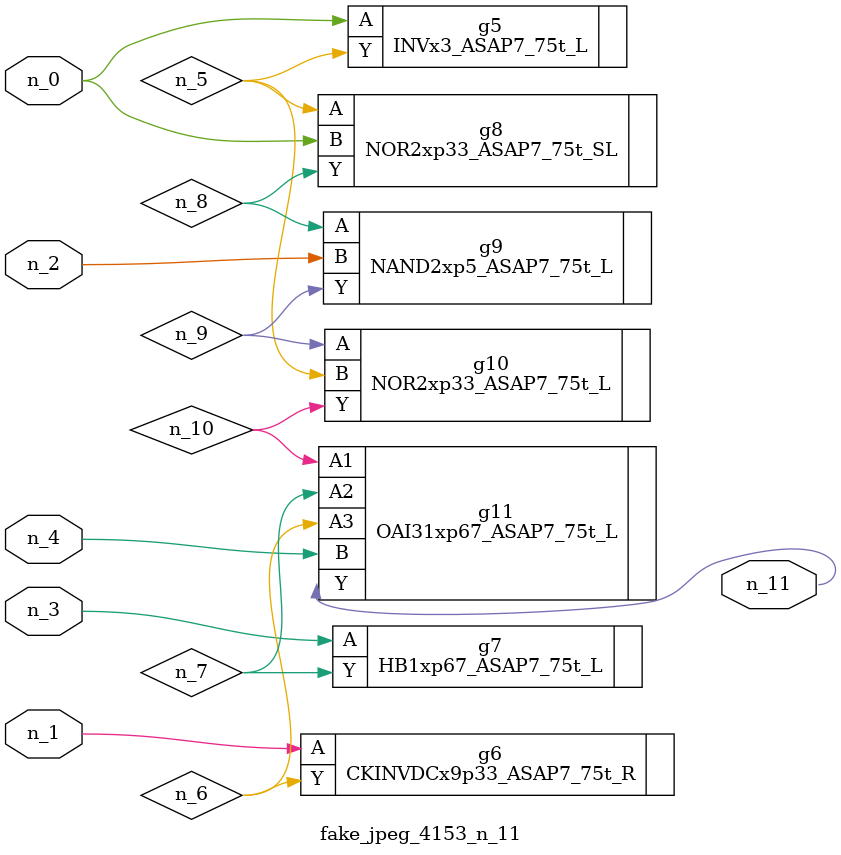
<source format=v>
module fake_jpeg_4153_n_11 (n_3, n_2, n_1, n_0, n_4, n_11);

input n_3;
input n_2;
input n_1;
input n_0;
input n_4;

output n_11;

wire n_10;
wire n_8;
wire n_9;
wire n_6;
wire n_5;
wire n_7;

INVx3_ASAP7_75t_L g5 ( 
.A(n_0),
.Y(n_5)
);

CKINVDCx9p33_ASAP7_75t_R g6 ( 
.A(n_1),
.Y(n_6)
);

HB1xp67_ASAP7_75t_L g7 ( 
.A(n_3),
.Y(n_7)
);

NOR2xp33_ASAP7_75t_SL g8 ( 
.A(n_5),
.B(n_0),
.Y(n_8)
);

NAND2xp5_ASAP7_75t_L g9 ( 
.A(n_8),
.B(n_2),
.Y(n_9)
);

NOR2xp33_ASAP7_75t_L g10 ( 
.A(n_9),
.B(n_5),
.Y(n_10)
);

OAI31xp67_ASAP7_75t_L g11 ( 
.A1(n_10),
.A2(n_7),
.A3(n_6),
.B(n_4),
.Y(n_11)
);


endmodule
</source>
